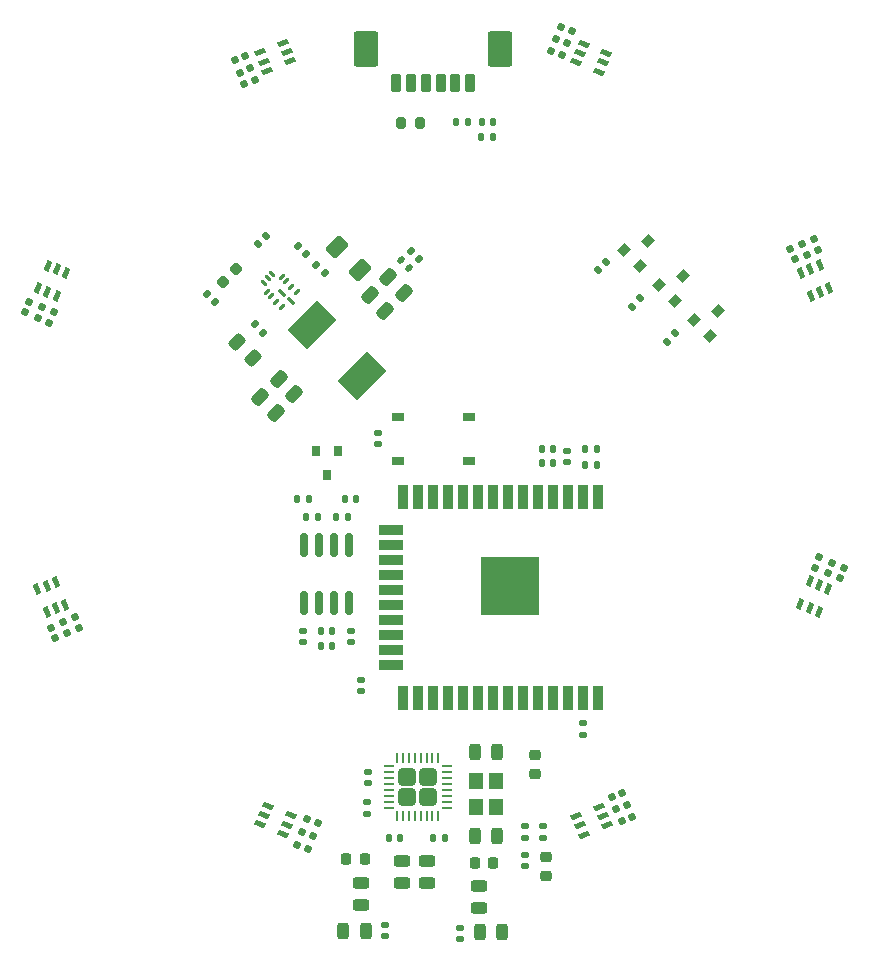
<source format=gtp>
G04 #@! TF.GenerationSoftware,KiCad,Pcbnew,(6.0.11-0)*
G04 #@! TF.CreationDate,2023-01-30T23:46:06+00:00*
G04 #@! TF.ProjectId,maxbox,6d617862-6f78-42e6-9b69-6361645f7063,rev?*
G04 #@! TF.SameCoordinates,Original*
G04 #@! TF.FileFunction,Paste,Top*
G04 #@! TF.FilePolarity,Positive*
%FSLAX46Y46*%
G04 Gerber Fmt 4.6, Leading zero omitted, Abs format (unit mm)*
G04 Created by KiCad (PCBNEW (6.0.11-0)) date 2023-01-30 23:46:06*
%MOMM*%
%LPD*%
G01*
G04 APERTURE LIST*
G04 Aperture macros list*
%AMRoundRect*
0 Rectangle with rounded corners*
0 $1 Rounding radius*
0 $2 $3 $4 $5 $6 $7 $8 $9 X,Y pos of 4 corners*
0 Add a 4 corners polygon primitive as box body*
4,1,4,$2,$3,$4,$5,$6,$7,$8,$9,$2,$3,0*
0 Add four circle primitives for the rounded corners*
1,1,$1+$1,$2,$3*
1,1,$1+$1,$4,$5*
1,1,$1+$1,$6,$7*
1,1,$1+$1,$8,$9*
0 Add four rect primitives between the rounded corners*
20,1,$1+$1,$2,$3,$4,$5,0*
20,1,$1+$1,$4,$5,$6,$7,0*
20,1,$1+$1,$6,$7,$8,$9,0*
20,1,$1+$1,$8,$9,$2,$3,0*%
%AMRotRect*
0 Rectangle, with rotation*
0 The origin of the aperture is its center*
0 $1 length*
0 $2 width*
0 $3 Rotation angle, in degrees counterclockwise*
0 Add horizontal line*
21,1,$1,$2,0,0,$3*%
G04 Aperture macros list end*
%ADD10RoundRect,0.147500X0.147500X0.172500X-0.147500X0.172500X-0.147500X-0.172500X0.147500X-0.172500X0*%
%ADD11RoundRect,0.147500X0.172500X-0.147500X0.172500X0.147500X-0.172500X0.147500X-0.172500X-0.147500X0*%
%ADD12RoundRect,0.147500X-0.147500X-0.172500X0.147500X-0.172500X0.147500X0.172500X-0.147500X0.172500X0*%
%ADD13RoundRect,0.147500X-0.172500X0.147500X-0.172500X-0.147500X0.172500X-0.147500X0.172500X0.147500X0*%
%ADD14RoundRect,0.243750X0.243750X0.456250X-0.243750X0.456250X-0.243750X-0.456250X0.243750X-0.456250X0*%
%ADD15RoundRect,0.218750X-0.218750X-0.256250X0.218750X-0.256250X0.218750X0.256250X-0.218750X0.256250X0*%
%ADD16RoundRect,0.243750X0.456250X-0.243750X0.456250X0.243750X-0.456250X0.243750X-0.456250X-0.243750X0*%
%ADD17RoundRect,0.243750X-0.243750X-0.456250X0.243750X-0.456250X0.243750X0.456250X-0.243750X0.456250X0*%
%ADD18RoundRect,0.218750X0.256250X-0.218750X0.256250X0.218750X-0.256250X0.218750X-0.256250X-0.218750X0*%
%ADD19RoundRect,0.250000X-0.480000X-0.480000X0.480000X-0.480000X0.480000X0.480000X-0.480000X0.480000X0*%
%ADD20RoundRect,0.062500X-0.337500X-0.062500X0.337500X-0.062500X0.337500X0.062500X-0.337500X0.062500X0*%
%ADD21RoundRect,0.062500X-0.062500X-0.337500X0.062500X-0.337500X0.062500X0.337500X-0.062500X0.337500X0*%
%ADD22RoundRect,0.150000X0.150000X-0.825000X0.150000X0.825000X-0.150000X0.825000X-0.150000X-0.825000X0*%
%ADD23R,1.200000X1.400000*%
%ADD24RoundRect,0.243750X-0.456250X0.243750X-0.456250X-0.243750X0.456250X-0.243750X0.456250X0.243750X0*%
%ADD25R,1.000000X0.750000*%
%ADD26RoundRect,0.147500X-0.226274X-0.017678X-0.017678X-0.226274X0.226274X0.017678X0.017678X0.226274X0*%
%ADD27RoundRect,0.250000X0.512652X0.159099X0.159099X0.512652X-0.512652X-0.159099X-0.159099X-0.512652X0*%
%ADD28RoundRect,0.147500X0.226274X0.017678X0.017678X0.226274X-0.226274X-0.017678X-0.017678X-0.226274X0*%
%ADD29RotRect,0.900000X0.450000X22.500000*%
%ADD30RotRect,0.900000X0.450000X337.500000*%
%ADD31RotRect,0.900000X0.450000X292.500000*%
%ADD32RotRect,0.900000X0.450000X247.500000*%
%ADD33RotRect,0.900000X0.450000X202.500000*%
%ADD34RotRect,0.900000X0.450000X157.500000*%
%ADD35RotRect,0.900000X0.450000X112.500000*%
%ADD36RotRect,0.900000X0.450000X67.500000*%
%ADD37R,0.800000X0.900000*%
%ADD38RoundRect,0.200000X0.200000X0.600000X-0.200000X0.600000X-0.200000X-0.600000X0.200000X-0.600000X0*%
%ADD39RoundRect,0.250001X0.799999X1.249999X-0.799999X1.249999X-0.799999X-1.249999X0.799999X-1.249999X0*%
%ADD40RotRect,2.350000X3.500000X315.000000*%
%ADD41RotRect,0.900000X0.800000X45.000000*%
%ADD42RoundRect,0.147500X-0.017678X0.226274X-0.226274X0.017678X0.017678X-0.226274X0.226274X-0.017678X0*%
%ADD43RoundRect,0.147500X-0.070259X-0.215815X0.202285X-0.102923X0.070259X0.215815X-0.202285X0.102923X0*%
%ADD44RoundRect,0.147500X-0.202285X-0.102923X0.070259X-0.215815X0.202285X0.102923X-0.070259X0.215815X0*%
%ADD45RoundRect,0.147500X-0.215815X0.070259X-0.102923X-0.202285X0.215815X-0.070259X0.102923X0.202285X0*%
%ADD46RoundRect,0.147500X-0.102923X0.202285X-0.215815X-0.070259X0.102923X-0.202285X0.215815X0.070259X0*%
%ADD47RoundRect,0.218750X-0.026517X0.335876X-0.335876X0.026517X0.026517X-0.335876X0.335876X-0.026517X0*%
%ADD48RoundRect,0.147500X0.070259X0.215815X-0.202285X0.102923X-0.070259X-0.215815X0.202285X-0.102923X0*%
%ADD49RoundRect,0.147500X0.202285X0.102923X-0.070259X0.215815X-0.202285X-0.102923X0.070259X-0.215815X0*%
%ADD50RoundRect,0.147500X0.215815X-0.070259X0.102923X0.202285X-0.215815X0.070259X-0.102923X-0.202285X0*%
%ADD51RoundRect,0.147500X0.102923X-0.202285X0.215815X0.070259X-0.102923X0.202285X-0.215815X-0.070259X0*%
%ADD52RoundRect,0.041500X-0.198697X0.316784X-0.316784X0.198697X0.198697X-0.316784X0.316784X-0.198697X0*%
%ADD53RoundRect,0.031250X0.123744X0.256326X-0.256326X-0.123744X-0.123744X-0.256326X0.256326X0.123744X0*%
%ADD54RoundRect,0.031250X-0.256326X0.123744X0.123744X-0.256326X0.256326X-0.123744X-0.123744X0.256326X0*%
%ADD55RoundRect,0.200000X0.200000X0.275000X-0.200000X0.275000X-0.200000X-0.275000X0.200000X-0.275000X0*%
%ADD56RoundRect,0.243750X-0.494975X-0.150260X-0.150260X-0.494975X0.494975X0.150260X0.150260X0.494975X0*%
%ADD57RoundRect,0.250000X-0.707107X-0.176777X-0.176777X-0.707107X0.707107X0.176777X0.176777X0.707107X0*%
%ADD58R,0.900000X2.000000*%
%ADD59R,2.000000X0.900000*%
%ADD60R,5.000000X5.000000*%
%ADD61RoundRect,0.140000X0.219203X0.021213X0.021213X0.219203X-0.219203X-0.021213X-0.021213X-0.219203X0*%
G04 APERTURE END LIST*
D10*
X13820000Y-2182000D03*
X12850000Y-2182000D03*
X13843000Y-889000D03*
X12873000Y-889000D03*
D11*
X-5588000Y-31750000D03*
X-5588000Y-30780000D03*
D10*
X-2794000Y-33782000D03*
X-3764000Y-33782000D03*
D12*
X0Y-33782000D03*
X970000Y-33782000D03*
D11*
X-5524500Y-29187000D03*
X-5524500Y-28217000D03*
D12*
X-9525000Y-17526000D03*
X-8555000Y-17526000D03*
X-9525000Y-16256000D03*
X-8555000Y-16256000D03*
D13*
X-4699000Y485000D03*
X-4699000Y-485000D03*
D14*
X5407000Y-33655000D03*
X3532000Y-33655000D03*
X5407000Y-26543000D03*
X3532000Y-26543000D03*
D15*
X-7376500Y-35560000D03*
X-5801500Y-35560000D03*
X3515500Y-35941000D03*
X5090500Y-35941000D03*
D16*
X-6159500Y-39467000D03*
X-6159500Y-37592000D03*
D11*
X7747000Y-36195000D03*
X7747000Y-35225000D03*
X9271000Y-33782000D03*
X9271000Y-32812000D03*
D16*
X3873500Y-39751000D03*
X3873500Y-37876000D03*
D17*
X-7605000Y-41656000D03*
X-5730000Y-41656000D03*
D18*
X8624000Y-28363500D03*
X8624000Y-26788500D03*
D13*
X-6100000Y-20400000D03*
X-6100000Y-21370000D03*
D11*
X7747000Y-33782000D03*
X7747000Y-32812000D03*
D13*
X-11049000Y-16256000D03*
X-11049000Y-17226000D03*
X-6985000Y-16256000D03*
X-6985000Y-17226000D03*
D19*
X-444500Y-30353000D03*
X-2194500Y-30353000D03*
X-444500Y-28603000D03*
X-2194500Y-28603000D03*
D20*
X-3769500Y-27728000D03*
X-3769500Y-28228000D03*
X-3769500Y-28728000D03*
X-3769500Y-29228000D03*
X-3769500Y-29728000D03*
X-3769500Y-30228000D03*
X-3769500Y-30728000D03*
X-3769500Y-31228000D03*
D21*
X-3069500Y-31928000D03*
X-2569500Y-31928000D03*
X-2069500Y-31928000D03*
X-1569500Y-31928000D03*
X-1069500Y-31928000D03*
X-569500Y-31928000D03*
X-69500Y-31928000D03*
X430500Y-31928000D03*
D20*
X1130500Y-31228000D03*
X1130500Y-30728000D03*
X1130500Y-30228000D03*
X1130500Y-29728000D03*
X1130500Y-29228000D03*
X1130500Y-28728000D03*
X1130500Y-28228000D03*
X1130500Y-27728000D03*
D21*
X430500Y-27028000D03*
X-69500Y-27028000D03*
X-569500Y-27028000D03*
X-1069500Y-27028000D03*
X-1569500Y-27028000D03*
X-2069500Y-27028000D03*
X-2569500Y-27028000D03*
X-3069500Y-27028000D03*
D22*
X-10922000Y-13905000D03*
X-9652000Y-13905000D03*
X-8382000Y-13905000D03*
X-7112000Y-13905000D03*
X-7112000Y-8955000D03*
X-8382000Y-8955000D03*
X-9652000Y-8955000D03*
X-10922000Y-8955000D03*
D23*
X5319500Y-31199000D03*
X5319500Y-28999000D03*
X3619500Y-28999000D03*
X3619500Y-31199000D03*
D24*
X-2667000Y-35762500D03*
X-2667000Y-37637500D03*
X-508000Y-35762500D03*
X-508000Y-37637500D03*
D10*
X-7239000Y-6604000D03*
X-8209000Y-6604000D03*
D12*
X-10749000Y-6604000D03*
X-9779000Y-6604000D03*
X-11511000Y-5080000D03*
X-10541000Y-5080000D03*
D10*
X-6523000Y-5080000D03*
X-7493000Y-5080000D03*
X10160000Y-2032000D03*
X9190000Y-2032000D03*
D18*
X9525000Y-37008000D03*
X9525000Y-35433000D03*
D11*
X11303000Y-2009000D03*
X11303000Y-1039000D03*
D17*
X3952000Y-41783000D03*
X5827000Y-41783000D03*
D25*
X-3000000Y-1875000D03*
X3000000Y-1875000D03*
X3000000Y1875000D03*
X-3000000Y1875000D03*
D12*
X4064000Y25527000D03*
X5034000Y25527000D03*
D26*
X-15071637Y9677928D03*
X-14385743Y8992034D03*
X-9895616Y14739399D03*
X-9209722Y14053505D03*
D27*
X-11756498Y3756498D03*
X-13100000Y5100000D03*
D28*
X-1214106Y15214106D03*
X-1900000Y15900000D03*
D29*
X-14689274Y32719264D03*
X-14363994Y31933966D03*
X-14038713Y31148669D03*
X-12098566Y31952304D03*
X-12423846Y32737602D03*
X-12749127Y33522899D03*
D30*
X12722751Y33459220D03*
X12397470Y32673923D03*
X12072190Y31888625D03*
X14012337Y31084990D03*
X14337618Y31870287D03*
X14662898Y32655585D03*
D31*
X32719264Y14689274D03*
X31933966Y14363994D03*
X31148669Y14038713D03*
X31952304Y12098566D03*
X32737602Y12423846D03*
X33522899Y12749127D03*
D32*
X33459220Y-12722751D03*
X32673923Y-12397470D03*
X31888625Y-12072190D03*
X31084990Y-14012337D03*
X31870287Y-14337618D03*
X32655585Y-14662898D03*
D33*
X14689274Y-32719264D03*
X14363994Y-31933966D03*
X14038713Y-31148669D03*
X12098566Y-31952304D03*
X12423846Y-32737602D03*
X12749127Y-33522899D03*
D34*
X-12722751Y-33459220D03*
X-12397470Y-32673923D03*
X-12072190Y-31888625D03*
X-14012337Y-31084990D03*
X-14337618Y-31870287D03*
X-14662898Y-32655585D03*
D35*
X-32719264Y-14689274D03*
X-31933966Y-14363994D03*
X-31148669Y-14038713D03*
X-31952304Y-12098566D03*
X-32737602Y-12423846D03*
X-33522899Y-12749127D03*
D36*
X-33459220Y12722751D03*
X-32673923Y12397470D03*
X-31888625Y12072190D03*
X-31084990Y14012337D03*
X-31870287Y14337618D03*
X-32655585Y14662898D03*
D37*
X-8067000Y-1032000D03*
X-9967000Y-1032000D03*
X-9017000Y-3032000D03*
D38*
X3125000Y30100000D03*
X1875000Y30100000D03*
X625000Y30100000D03*
X-625000Y30100000D03*
X-1875000Y30100000D03*
X-3125000Y30100000D03*
D39*
X5675000Y33000000D03*
X-5675000Y33000000D03*
D40*
X-10290000Y9630000D03*
X-6012004Y5352004D03*
D41*
X19083966Y13030416D03*
X20427469Y11686913D03*
X21169931Y13772878D03*
X16120482Y15993901D03*
X17463985Y14650398D03*
X18206447Y16736363D03*
X22047451Y10066932D03*
X23390954Y8723429D03*
X24133416Y10809394D03*
D10*
X2898000Y26797000D03*
X1928000Y26797000D03*
X5057000Y26797000D03*
X4087000Y26797000D03*
D42*
X17483077Y11882075D03*
X16797183Y11196181D03*
X14609395Y14935362D03*
X13923501Y14249468D03*
X20446561Y8918590D03*
X19760667Y8232696D03*
D43*
X-16000000Y30000000D03*
X-15103836Y30371202D03*
D44*
X10003836Y32871202D03*
X10900000Y32500000D03*
D43*
X-16403836Y31000000D03*
X-15507672Y31371202D03*
D44*
X10403836Y33871202D03*
X11300000Y33500000D03*
D43*
X-16803836Y32071202D03*
X-15907672Y32442404D03*
D44*
X10851918Y34885601D03*
X11748082Y34514399D03*
D45*
X30228798Y16096164D03*
X30600000Y15200000D03*
D46*
X32671202Y-10003836D03*
X32300000Y-10900000D03*
D45*
X31228798Y16496164D03*
X31600000Y15600000D03*
D46*
X33750000Y-10500000D03*
X33378798Y-11396164D03*
D45*
X32228798Y16896164D03*
X32600000Y16000000D03*
D46*
X34771202Y-10903836D03*
X34400000Y-11800000D03*
D26*
X-19129016Y12298466D03*
X-18443122Y11612572D03*
D47*
X-16702579Y14398220D03*
X-17816273Y13284526D03*
D48*
X16000000Y-30000000D03*
X15103836Y-30371202D03*
D49*
X-9803836Y-32571202D03*
X-10700000Y-32200000D03*
D48*
X16400000Y-31000000D03*
X15503836Y-31371202D03*
D49*
X-10203836Y-33671202D03*
X-11100000Y-33300000D03*
D48*
X16848082Y-32014399D03*
X15951918Y-32385601D03*
D50*
X-30000000Y-16000000D03*
X-30371202Y-15103836D03*
D51*
X-32500000Y9800000D03*
X-32128798Y10696164D03*
D50*
X-31014399Y-16448082D03*
X-31385601Y-15551918D03*
D51*
X-33485601Y10251918D03*
X-33114399Y11148082D03*
D50*
X-32028798Y-16896164D03*
X-32400000Y-16000000D03*
D51*
X-34571202Y10703836D03*
X-34200000Y11600000D03*
D52*
X-12067140Y11665605D03*
X-12782732Y12381197D03*
D53*
X-11550245Y12421502D03*
X-12009864Y12881121D03*
X-12469484Y13340741D03*
X-12823037Y13694294D03*
D54*
X-13618532Y13924104D03*
X-13972085Y13570550D03*
X-14325639Y13216997D03*
D53*
X-14095829Y12421502D03*
X-13742276Y12067949D03*
X-13282656Y11608329D03*
X-12823037Y11148710D03*
D55*
X-1100000Y26750000D03*
X-2750000Y26750000D03*
D49*
X-10603836Y-34771202D03*
X-11500000Y-34400000D03*
D11*
X2286000Y-42395000D03*
X2286000Y-41425000D03*
X-4064000Y-42141000D03*
X-4064000Y-41171000D03*
D56*
X-16609595Y8162599D03*
X-15283769Y6836773D03*
D57*
X-8189366Y16266041D03*
X-6209468Y14286143D03*
D42*
X-14132599Y17147804D03*
X-14818493Y16461910D03*
D26*
X-11479535Y16323318D03*
X-10793641Y15637424D03*
D10*
X10170000Y-900000D03*
X9200000Y-900000D03*
D27*
X-13356498Y2156498D03*
X-14700000Y3500000D03*
D58*
X13970000Y-4962000D03*
X12700000Y-4962000D03*
X11430000Y-4962000D03*
X10160000Y-4962000D03*
X8890000Y-4962000D03*
X7620000Y-4962000D03*
X6350000Y-4962000D03*
X5080000Y-4962000D03*
X3810000Y-4962000D03*
X2540000Y-4962000D03*
X1270000Y-4962000D03*
X0Y-4962000D03*
X-1270000Y-4962000D03*
X-2540000Y-4962000D03*
D59*
X-3540000Y-7747000D03*
X-3540000Y-9017000D03*
X-3540000Y-10287000D03*
X-3540000Y-11557000D03*
X-3540000Y-12827000D03*
X-3540000Y-14097000D03*
X-3540000Y-15367000D03*
X-3540000Y-16637000D03*
X-3540000Y-17907000D03*
X-3540000Y-19177000D03*
D58*
X-2540000Y-21962000D03*
X-1270000Y-21962000D03*
X0Y-21962000D03*
X1270000Y-21962000D03*
X2540000Y-21962000D03*
X3810000Y-21962000D03*
X5080000Y-21962000D03*
X6350000Y-21962000D03*
X7620000Y-21962000D03*
X8890000Y-21962000D03*
X10160000Y-21962000D03*
X11430000Y-21962000D03*
X12700000Y-21962000D03*
X13970000Y-21962000D03*
D60*
X6470000Y-12462000D03*
D13*
X12700000Y-24100000D03*
X12700000Y-25070000D03*
D61*
X-2060589Y14460589D03*
X-2739411Y15139411D03*
D27*
X-2456498Y12356498D03*
X-3800000Y13700000D03*
X-4056498Y10856498D03*
X-5400000Y12200000D03*
M02*

</source>
